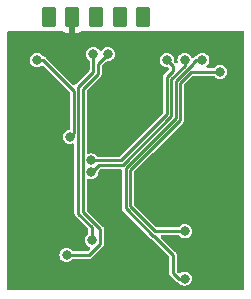
<source format=gbr>
%TF.GenerationSoftware,KiCad,Pcbnew,7.0.10-7.0.10~ubuntu22.04.1*%
%TF.CreationDate,2024-01-12T01:12:04+11:00*%
%TF.ProjectId,Zemismart-ZM25TQ-TYW-ESP8266-Direct-Board,5a656d69-736d-4617-9274-2d5a4d323554,1*%
%TF.SameCoordinates,Original*%
%TF.FileFunction,Copper,L2,Bot*%
%TF.FilePolarity,Positive*%
%FSLAX46Y46*%
G04 Gerber Fmt 4.6, Leading zero omitted, Abs format (unit mm)*
G04 Created by KiCad (PCBNEW 7.0.10-7.0.10~ubuntu22.04.1) date 2024-01-12 01:12:04*
%MOMM*%
%LPD*%
G01*
G04 APERTURE LIST*
G04 Aperture macros list*
%AMRoundRect*
0 Rectangle with rounded corners*
0 $1 Rounding radius*
0 $2 $3 $4 $5 $6 $7 $8 $9 X,Y pos of 4 corners*
0 Add a 4 corners polygon primitive as box body*
4,1,4,$2,$3,$4,$5,$6,$7,$8,$9,$2,$3,0*
0 Add four circle primitives for the rounded corners*
1,1,$1+$1,$2,$3*
1,1,$1+$1,$4,$5*
1,1,$1+$1,$6,$7*
1,1,$1+$1,$8,$9*
0 Add four rect primitives between the rounded corners*
20,1,$1+$1,$2,$3,$4,$5,0*
20,1,$1+$1,$4,$5,$6,$7,0*
20,1,$1+$1,$6,$7,$8,$9,0*
20,1,$1+$1,$8,$9,$2,$3,0*%
G04 Aperture macros list end*
%TA.AperFunction,ComponentPad*%
%ADD10RoundRect,0.250000X-0.350000X-0.625000X0.350000X-0.625000X0.350000X0.625000X-0.350000X0.625000X0*%
%TD*%
%TA.AperFunction,ViaPad*%
%ADD11C,0.800000*%
%TD*%
%TA.AperFunction,Conductor*%
%ADD12C,0.500000*%
%TD*%
%TA.AperFunction,Conductor*%
%ADD13C,0.250000*%
%TD*%
G04 APERTURE END LIST*
D10*
%TO.P,J1,1,NC*%
%TO.N,unconnected-(J1-NC-Pad1)*%
X140494000Y-84836000D03*
%TO.P,J1,2,GND*%
%TO.N,GND*%
X142494000Y-84836000D03*
%TO.P,J1,3,TX*%
%TO.N,Net-(J1-TX)*%
X144494000Y-84836000D03*
%TO.P,J1,4,RX*%
%TO.N,Net-(J1-RX)*%
X146494000Y-84836000D03*
%TO.P,J1,5,3V3*%
%TO.N,VCC*%
X148494000Y-84836000D03*
%TD*%
D11*
%TO.N,Net-(J1-TX)*%
X144152000Y-103737347D03*
X144275926Y-87988660D03*
%TO.N,Net-(J1-RX)*%
X145500000Y-88000000D03*
X142000000Y-105000000D03*
%TO.N,Net-(U1-REST)*%
X153500000Y-88500000D03*
X152000000Y-107000000D03*
%TO.N,Net-(U1-CH_PD)*%
X155000000Y-89500000D03*
X152000000Y-103000000D03*
%TO.N,Net-(U1-GPIO0)*%
X152000000Y-88500000D03*
X144102000Y-98000000D03*
%TO.N,Net-(U1-GPIO2)*%
X144102000Y-97000000D03*
X150500000Y-88500000D03*
%TO.N,Net-(U1-GPIO15)*%
X142275000Y-95000000D03*
X139500000Y-88500000D03*
%TD*%
D12*
%TO.N,GND*%
X142494000Y-86494000D02*
X142500000Y-86500000D01*
X142494000Y-84836000D02*
X142494000Y-86494000D01*
D13*
%TO.N,Net-(J1-TX)*%
X144152000Y-102652000D02*
X144152000Y-103737347D01*
X144275926Y-89499074D02*
X143000000Y-90775000D01*
X143000000Y-90775000D02*
X143000000Y-101500000D01*
X143000000Y-101500000D02*
X144152000Y-102652000D01*
X144275926Y-87988660D02*
X144275926Y-89499074D01*
%TO.N,Net-(J1-RX)*%
X143377000Y-101343841D02*
X144877000Y-102843841D01*
X143377000Y-90931158D02*
X143377000Y-101343841D01*
X144652926Y-88847074D02*
X144652926Y-89655232D01*
X144652926Y-89655232D02*
X143377000Y-90931158D01*
X145500000Y-88000000D02*
X144652926Y-88847074D01*
X143914652Y-105000000D02*
X142000000Y-105000000D01*
X144877000Y-102843841D02*
X144877000Y-104037652D01*
X144877000Y-104037652D02*
X143914652Y-105000000D01*
%TO.N,Net-(U1-REST)*%
X149377000Y-103377000D02*
X151000000Y-105000000D01*
X149343842Y-103377000D02*
X149377000Y-103377000D01*
X152725000Y-88800305D02*
X152300305Y-89225000D01*
X151500000Y-107000000D02*
X152000000Y-107000000D01*
X147000000Y-97668316D02*
X147000000Y-101033158D01*
X151254000Y-90246000D02*
X151254000Y-93414316D01*
X151000000Y-106500000D02*
X151500000Y-107000000D01*
X151000000Y-105000000D02*
X151000000Y-106500000D01*
X147000000Y-101033158D02*
X149343842Y-103377000D01*
X151254000Y-93414316D02*
X147000000Y-97668316D01*
X152275000Y-89225000D02*
X151254000Y-90246000D01*
X153000000Y-88500000D02*
X152725000Y-88775000D01*
X152300305Y-89225000D02*
X152275000Y-89225000D01*
X152725000Y-88775000D02*
X152725000Y-88800305D01*
X153500000Y-88500000D02*
X153000000Y-88500000D01*
%TO.N,Net-(U1-CH_PD)*%
X151631000Y-90402158D02*
X151631000Y-93570474D01*
X147377000Y-97824474D02*
X147377000Y-100877000D01*
X151631000Y-93570474D02*
X147377000Y-97824474D01*
X149500000Y-103000000D02*
X152000000Y-103000000D01*
X155000000Y-89500000D02*
X152558464Y-89500000D01*
X147377000Y-100877000D02*
X149500000Y-103000000D01*
X152431158Y-89602000D02*
X151631000Y-90402158D01*
X152558464Y-89500000D02*
X152456464Y-89602000D01*
X152456464Y-89602000D02*
X152431158Y-89602000D01*
%TO.N,Net-(U1-GPIO0)*%
X144102000Y-98000000D02*
X144377000Y-97725000D01*
X144402305Y-97725000D02*
X144750305Y-97377000D01*
X150877000Y-90089842D02*
X152000000Y-88966841D01*
X152000000Y-88966841D02*
X152000000Y-88500000D01*
X150877000Y-93258158D02*
X150877000Y-90089842D01*
X144750305Y-97377000D02*
X146758158Y-97377000D01*
X146758158Y-97377000D02*
X150877000Y-93258158D01*
X144377000Y-97725000D02*
X144402305Y-97725000D01*
%TO.N,Net-(U1-GPIO2)*%
X151000000Y-89433684D02*
X151000000Y-89000000D01*
X146602000Y-97000000D02*
X150500000Y-93102000D01*
X150500000Y-93102000D02*
X150500000Y-89933684D01*
X144102000Y-97000000D02*
X146602000Y-97000000D01*
X150500000Y-89933684D02*
X151000000Y-89433684D01*
X151000000Y-89000000D02*
X150500000Y-88500000D01*
%TO.N,Net-(U1-GPIO15)*%
X142623000Y-94652000D02*
X142623000Y-91123000D01*
X142623000Y-91123000D02*
X140000000Y-88500000D01*
X142275000Y-95000000D02*
X142623000Y-94652000D01*
X140000000Y-88500000D02*
X139500000Y-88500000D01*
%TD*%
%TA.AperFunction,Conductor*%
%TO.N,GND*%
G36*
X141638016Y-86019685D02*
G01*
X141658658Y-86036319D01*
X141675654Y-86053315D01*
X141824875Y-86145356D01*
X141824880Y-86145358D01*
X141991302Y-86200505D01*
X141991309Y-86200506D01*
X142094019Y-86210999D01*
X142243999Y-86210999D01*
X142244000Y-86210998D01*
X142244000Y-86000000D01*
X142744000Y-86000000D01*
X142744000Y-86210999D01*
X142893972Y-86210999D01*
X142893986Y-86210998D01*
X142996697Y-86200505D01*
X143163119Y-86145358D01*
X143163124Y-86145356D01*
X143312345Y-86053315D01*
X143329342Y-86036319D01*
X143390665Y-86002834D01*
X143417023Y-86000000D01*
X156875500Y-86000000D01*
X156942539Y-86019685D01*
X156988294Y-86072489D01*
X156999500Y-86124000D01*
X156999500Y-107875500D01*
X156979815Y-107942539D01*
X156927011Y-107988294D01*
X156875500Y-107999500D01*
X137124500Y-107999500D01*
X137057461Y-107979815D01*
X137011706Y-107927011D01*
X137000500Y-107875500D01*
X137000500Y-88500001D01*
X138894318Y-88500001D01*
X138914955Y-88656760D01*
X138914956Y-88656762D01*
X138950051Y-88741490D01*
X138975464Y-88802841D01*
X139071718Y-88928282D01*
X139197159Y-89024536D01*
X139343238Y-89085044D01*
X139371548Y-89088771D01*
X139499999Y-89105682D01*
X139500000Y-89105682D01*
X139500001Y-89105682D01*
X139552254Y-89098802D01*
X139656762Y-89085044D01*
X139802841Y-89024536D01*
X139850520Y-88987951D01*
X139864458Y-88977256D01*
X139929627Y-88952062D01*
X139998072Y-88966100D01*
X140027625Y-88987951D01*
X142261181Y-91221507D01*
X142294666Y-91282830D01*
X142297500Y-91309188D01*
X142297500Y-94282610D01*
X142277815Y-94349649D01*
X142225011Y-94395404D01*
X142189687Y-94405549D01*
X142118238Y-94414956D01*
X142118237Y-94414956D01*
X141972160Y-94475463D01*
X141846718Y-94571718D01*
X141750463Y-94697160D01*
X141689956Y-94843237D01*
X141689955Y-94843239D01*
X141669318Y-94999998D01*
X141669318Y-95000001D01*
X141689955Y-95156760D01*
X141689956Y-95156762D01*
X141750464Y-95302841D01*
X141846718Y-95428282D01*
X141972159Y-95524536D01*
X142118238Y-95585044D01*
X142196619Y-95595363D01*
X142274999Y-95605682D01*
X142275000Y-95605682D01*
X142275001Y-95605682D01*
X142327254Y-95598802D01*
X142431762Y-95585044D01*
X142503049Y-95555515D01*
X142572516Y-95548047D01*
X142634995Y-95579322D01*
X142670648Y-95639410D01*
X142674500Y-95670077D01*
X142674500Y-101480372D01*
X142674028Y-101491181D01*
X142670735Y-101528808D01*
X142680512Y-101565298D01*
X142682852Y-101575852D01*
X142689411Y-101613042D01*
X142691235Y-101618055D01*
X142698197Y-101634861D01*
X142700446Y-101639684D01*
X142722104Y-101670616D01*
X142727914Y-101679734D01*
X142746806Y-101712455D01*
X142775743Y-101736736D01*
X142783718Y-101744044D01*
X143790181Y-102750507D01*
X143823666Y-102811830D01*
X143826500Y-102838188D01*
X143826500Y-103169046D01*
X143806815Y-103236085D01*
X143777988Y-103267421D01*
X143723720Y-103309062D01*
X143627463Y-103434507D01*
X143566956Y-103580584D01*
X143566955Y-103580586D01*
X143546318Y-103737345D01*
X143546318Y-103737348D01*
X143566955Y-103894107D01*
X143566956Y-103894109D01*
X143627464Y-104040188D01*
X143723718Y-104165629D01*
X143849159Y-104261883D01*
X143920444Y-104291410D01*
X143974847Y-104335251D01*
X143996912Y-104401545D01*
X143979633Y-104469244D01*
X143960673Y-104493652D01*
X143816143Y-104638182D01*
X143754823Y-104671666D01*
X143728464Y-104674500D01*
X142568299Y-104674500D01*
X142501260Y-104654815D01*
X142469923Y-104625986D01*
X142428283Y-104571719D01*
X142326544Y-104493652D01*
X142302841Y-104475464D01*
X142156762Y-104414956D01*
X142156760Y-104414955D01*
X142000001Y-104394318D01*
X141999999Y-104394318D01*
X141843239Y-104414955D01*
X141843237Y-104414956D01*
X141697160Y-104475463D01*
X141571718Y-104571718D01*
X141475463Y-104697160D01*
X141414956Y-104843237D01*
X141414955Y-104843239D01*
X141394318Y-104999998D01*
X141394318Y-105000001D01*
X141414955Y-105156760D01*
X141414956Y-105156762D01*
X141465130Y-105277894D01*
X141475464Y-105302841D01*
X141571718Y-105428282D01*
X141697159Y-105524536D01*
X141843238Y-105585044D01*
X141921619Y-105595363D01*
X141999999Y-105605682D01*
X142000000Y-105605682D01*
X142000001Y-105605682D01*
X142052254Y-105598802D01*
X142156762Y-105585044D01*
X142302841Y-105524536D01*
X142428282Y-105428282D01*
X142469923Y-105374013D01*
X142526351Y-105332811D01*
X142568299Y-105325500D01*
X143895024Y-105325500D01*
X143905832Y-105325971D01*
X143943459Y-105329264D01*
X143979971Y-105319479D01*
X143990482Y-105317149D01*
X144027697Y-105310588D01*
X144027702Y-105310584D01*
X144032751Y-105308747D01*
X144049476Y-105301819D01*
X144054333Y-105299554D01*
X144054336Y-105299554D01*
X144085277Y-105277887D01*
X144094396Y-105272079D01*
X144127107Y-105253194D01*
X144127109Y-105253192D01*
X144151388Y-105224256D01*
X144158688Y-105216288D01*
X145093290Y-104281686D01*
X145101243Y-104274398D01*
X145130194Y-104250107D01*
X145149082Y-104217391D01*
X145154887Y-104208277D01*
X145176554Y-104177336D01*
X145176554Y-104177333D01*
X145178819Y-104172476D01*
X145185747Y-104155751D01*
X145187584Y-104150702D01*
X145187588Y-104150697D01*
X145194149Y-104113482D01*
X145196479Y-104102971D01*
X145206264Y-104066459D01*
X145202972Y-104028829D01*
X145202500Y-104018021D01*
X145202500Y-102863456D01*
X145202972Y-102852647D01*
X145206263Y-102815032D01*
X145196486Y-102778545D01*
X145194144Y-102767980D01*
X145191063Y-102750507D01*
X145187588Y-102730796D01*
X145187586Y-102730793D01*
X145185760Y-102725774D01*
X145178820Y-102709017D01*
X145176554Y-102704160D01*
X145176554Y-102704157D01*
X145154890Y-102673217D01*
X145149078Y-102664094D01*
X145130193Y-102631385D01*
X145101262Y-102607109D01*
X145093286Y-102599800D01*
X143738819Y-101245333D01*
X143705334Y-101184010D01*
X143702500Y-101157652D01*
X143702500Y-98670077D01*
X143722185Y-98603038D01*
X143774989Y-98557283D01*
X143844147Y-98547339D01*
X143873947Y-98555514D01*
X143945238Y-98585044D01*
X144023619Y-98595363D01*
X144101999Y-98605682D01*
X144102000Y-98605682D01*
X144102001Y-98605682D01*
X144154254Y-98598802D01*
X144258762Y-98585044D01*
X144404841Y-98524536D01*
X144530282Y-98428282D01*
X144626536Y-98302841D01*
X144687044Y-98156762D01*
X144707682Y-98000000D01*
X144701697Y-97954542D01*
X144712462Y-97885508D01*
X144736956Y-97850675D01*
X144848815Y-97738818D01*
X144910138Y-97705334D01*
X144936495Y-97702500D01*
X146550500Y-97702500D01*
X146617539Y-97722185D01*
X146663294Y-97774989D01*
X146674500Y-97826500D01*
X146674500Y-101013530D01*
X146674028Y-101024339D01*
X146670735Y-101061966D01*
X146680512Y-101098456D01*
X146682852Y-101109010D01*
X146689411Y-101146200D01*
X146691235Y-101151213D01*
X146698197Y-101168019D01*
X146700446Y-101172842D01*
X146722104Y-101203774D01*
X146727914Y-101212892D01*
X146746806Y-101245613D01*
X146775743Y-101269894D01*
X146783718Y-101277202D01*
X149099792Y-103593276D01*
X149107099Y-103601250D01*
X149131383Y-103630190D01*
X149131385Y-103630191D01*
X149131387Y-103630194D01*
X149131389Y-103630195D01*
X149131390Y-103630196D01*
X149164098Y-103649080D01*
X149173221Y-103654892D01*
X149204158Y-103676554D01*
X149204163Y-103676555D01*
X149206951Y-103677856D01*
X149242234Y-103702560D01*
X150638181Y-105098507D01*
X150671666Y-105159830D01*
X150674500Y-105186188D01*
X150674500Y-106480372D01*
X150674028Y-106491181D01*
X150670735Y-106528808D01*
X150680512Y-106565298D01*
X150682852Y-106575852D01*
X150689411Y-106613042D01*
X150691235Y-106618055D01*
X150698197Y-106634861D01*
X150700446Y-106639684D01*
X150722104Y-106670616D01*
X150727914Y-106679734D01*
X150746806Y-106712455D01*
X150775743Y-106736736D01*
X150783718Y-106744044D01*
X151255950Y-107216276D01*
X151263257Y-107224250D01*
X151287541Y-107253190D01*
X151287543Y-107253191D01*
X151287545Y-107253194D01*
X151287547Y-107253195D01*
X151287548Y-107253196D01*
X151320256Y-107272080D01*
X151329379Y-107277892D01*
X151360316Y-107299554D01*
X151360319Y-107299554D01*
X151365176Y-107301820D01*
X151381933Y-107308760D01*
X151386949Y-107310585D01*
X151386950Y-107310585D01*
X151386955Y-107310588D01*
X151424173Y-107317150D01*
X151434675Y-107319478D01*
X151461439Y-107326650D01*
X151521096Y-107363016D01*
X151527714Y-107370936D01*
X151571715Y-107428279D01*
X151571716Y-107428280D01*
X151571718Y-107428282D01*
X151697159Y-107524536D01*
X151843238Y-107585044D01*
X151921619Y-107595363D01*
X151999999Y-107605682D01*
X152000000Y-107605682D01*
X152000001Y-107605682D01*
X152052254Y-107598802D01*
X152156762Y-107585044D01*
X152302841Y-107524536D01*
X152428282Y-107428282D01*
X152524536Y-107302841D01*
X152585044Y-107156762D01*
X152605682Y-107000000D01*
X152585044Y-106843238D01*
X152524536Y-106697159D01*
X152428282Y-106571718D01*
X152302841Y-106475464D01*
X152156762Y-106414956D01*
X152156760Y-106414955D01*
X152000001Y-106394318D01*
X151999999Y-106394318D01*
X151843239Y-106414955D01*
X151843237Y-106414956D01*
X151697157Y-106475464D01*
X151635542Y-106522744D01*
X151570373Y-106547938D01*
X151501928Y-106533900D01*
X151472375Y-106512049D01*
X151361819Y-106401493D01*
X151328334Y-106340170D01*
X151325500Y-106313812D01*
X151325500Y-105019626D01*
X151325972Y-105008817D01*
X151326744Y-105000000D01*
X151329264Y-104971193D01*
X151319478Y-104934675D01*
X151317150Y-104924173D01*
X151310588Y-104886955D01*
X151310585Y-104886949D01*
X151308760Y-104881933D01*
X151301820Y-104865176D01*
X151299554Y-104860319D01*
X151299554Y-104860316D01*
X151277892Y-104829379D01*
X151272080Y-104820256D01*
X151253196Y-104787548D01*
X151253191Y-104787542D01*
X151224255Y-104763262D01*
X151216280Y-104755954D01*
X149997507Y-103537181D01*
X149964022Y-103475858D01*
X149969006Y-103406166D01*
X150010878Y-103350233D01*
X150076342Y-103325816D01*
X150085188Y-103325500D01*
X151431701Y-103325500D01*
X151498740Y-103345185D01*
X151530076Y-103374013D01*
X151571718Y-103428282D01*
X151697159Y-103524536D01*
X151843238Y-103585044D01*
X151905767Y-103593276D01*
X151999999Y-103605682D01*
X152000000Y-103605682D01*
X152000001Y-103605682D01*
X152094233Y-103593276D01*
X152156762Y-103585044D01*
X152302841Y-103524536D01*
X152428282Y-103428282D01*
X152524536Y-103302841D01*
X152585044Y-103156762D01*
X152605682Y-103000000D01*
X152602873Y-102978667D01*
X152585044Y-102843239D01*
X152585044Y-102843238D01*
X152524536Y-102697159D01*
X152428282Y-102571718D01*
X152302841Y-102475464D01*
X152156762Y-102414956D01*
X152156760Y-102414955D01*
X152000001Y-102394318D01*
X151999999Y-102394318D01*
X151843239Y-102414955D01*
X151843237Y-102414956D01*
X151697160Y-102475463D01*
X151571716Y-102571719D01*
X151530077Y-102625986D01*
X151473649Y-102667189D01*
X151431701Y-102674500D01*
X149686189Y-102674500D01*
X149619150Y-102654815D01*
X149598508Y-102638181D01*
X147738819Y-100778492D01*
X147705334Y-100717169D01*
X147702500Y-100690811D01*
X147702500Y-98010662D01*
X147722185Y-97943623D01*
X147738819Y-97922981D01*
X149331878Y-96329922D01*
X151847296Y-93814503D01*
X151855249Y-93807215D01*
X151884194Y-93782929D01*
X151903092Y-93750194D01*
X151908895Y-93741088D01*
X151930553Y-93710158D01*
X151930554Y-93710152D01*
X151932816Y-93705302D01*
X151939754Y-93688553D01*
X151941583Y-93683526D01*
X151941588Y-93683519D01*
X151948152Y-93646288D01*
X151950481Y-93635782D01*
X151960263Y-93599281D01*
X151956972Y-93561662D01*
X151956500Y-93550854D01*
X151956500Y-90588346D01*
X151976185Y-90521307D01*
X151992819Y-90500665D01*
X152574410Y-89919073D01*
X152590960Y-89905186D01*
X152596146Y-89901554D01*
X152596148Y-89901554D01*
X152627095Y-89879883D01*
X152636208Y-89874079D01*
X152636321Y-89874014D01*
X152668919Y-89855194D01*
X152668921Y-89855190D01*
X152669732Y-89854512D01*
X152671255Y-89853845D01*
X152678316Y-89849769D01*
X152678770Y-89850556D01*
X152733740Y-89826498D01*
X152749439Y-89825500D01*
X154431701Y-89825500D01*
X154498740Y-89845185D01*
X154530076Y-89874013D01*
X154571718Y-89928282D01*
X154697159Y-90024536D01*
X154843238Y-90085044D01*
X154921619Y-90095363D01*
X154999999Y-90105682D01*
X155000000Y-90105682D01*
X155000001Y-90105682D01*
X155052254Y-90098802D01*
X155156762Y-90085044D01*
X155302841Y-90024536D01*
X155428282Y-89928282D01*
X155524536Y-89802841D01*
X155585044Y-89656762D01*
X155605682Y-89500000D01*
X155585044Y-89343238D01*
X155524536Y-89197159D01*
X155428282Y-89071718D01*
X155302841Y-88975464D01*
X155302585Y-88975358D01*
X155156762Y-88914956D01*
X155156760Y-88914955D01*
X155000001Y-88894318D01*
X154999999Y-88894318D01*
X154843239Y-88914955D01*
X154843237Y-88914956D01*
X154697160Y-88975463D01*
X154571716Y-89071719D01*
X154530077Y-89125986D01*
X154473649Y-89167189D01*
X154431701Y-89174500D01*
X153972696Y-89174500D01*
X153905657Y-89154815D01*
X153859902Y-89102011D01*
X153849958Y-89032853D01*
X153878983Y-88969297D01*
X153897210Y-88952124D01*
X153897291Y-88952062D01*
X153928282Y-88928282D01*
X154024536Y-88802841D01*
X154085044Y-88656762D01*
X154105682Y-88500000D01*
X154105130Y-88495809D01*
X154085044Y-88343239D01*
X154085044Y-88343238D01*
X154024536Y-88197159D01*
X153928282Y-88071718D01*
X153802841Y-87975464D01*
X153656762Y-87914956D01*
X153656760Y-87914955D01*
X153500001Y-87894318D01*
X153499999Y-87894318D01*
X153343239Y-87914955D01*
X153343237Y-87914956D01*
X153197160Y-87975463D01*
X153179960Y-87988661D01*
X153071718Y-88071718D01*
X153071716Y-88071720D01*
X153071714Y-88071722D01*
X153027714Y-88129063D01*
X152971286Y-88170266D01*
X152961431Y-88173351D01*
X152934704Y-88180512D01*
X152924148Y-88182852D01*
X152886960Y-88189410D01*
X152881961Y-88191229D01*
X152865117Y-88198206D01*
X152860313Y-88200446D01*
X152829381Y-88222105D01*
X152820264Y-88227914D01*
X152787548Y-88246804D01*
X152787540Y-88246810D01*
X152763262Y-88275743D01*
X152755956Y-88283716D01*
X152748893Y-88290779D01*
X152687570Y-88324264D01*
X152617878Y-88319280D01*
X152561945Y-88277408D01*
X152546651Y-88250550D01*
X152545099Y-88246804D01*
X152532386Y-88216112D01*
X152524537Y-88197161D01*
X152524536Y-88197160D01*
X152524536Y-88197159D01*
X152428282Y-88071718D01*
X152302841Y-87975464D01*
X152156762Y-87914956D01*
X152156760Y-87914955D01*
X152000001Y-87894318D01*
X151999999Y-87894318D01*
X151843239Y-87914955D01*
X151843237Y-87914956D01*
X151697160Y-87975463D01*
X151571718Y-88071718D01*
X151475463Y-88197160D01*
X151414956Y-88343237D01*
X151414955Y-88343239D01*
X151394318Y-88499998D01*
X151394318Y-88500001D01*
X151412436Y-88637624D01*
X151401670Y-88706659D01*
X151355290Y-88758915D01*
X151288021Y-88777800D01*
X151221221Y-88757319D01*
X151201816Y-88741490D01*
X151132011Y-88671685D01*
X151098526Y-88610362D01*
X151096753Y-88567818D01*
X151105682Y-88500000D01*
X151105682Y-88499998D01*
X151085044Y-88343239D01*
X151085044Y-88343238D01*
X151024536Y-88197159D01*
X150928282Y-88071718D01*
X150802841Y-87975464D01*
X150656762Y-87914956D01*
X150656760Y-87914955D01*
X150500001Y-87894318D01*
X150499999Y-87894318D01*
X150343239Y-87914955D01*
X150343237Y-87914956D01*
X150197160Y-87975463D01*
X150071718Y-88071718D01*
X149975463Y-88197160D01*
X149914956Y-88343237D01*
X149914955Y-88343239D01*
X149894318Y-88499998D01*
X149894318Y-88500001D01*
X149914955Y-88656760D01*
X149914956Y-88656762D01*
X149950051Y-88741490D01*
X149975464Y-88802841D01*
X150071718Y-88928282D01*
X150197159Y-89024536D01*
X150343238Y-89085044D01*
X150371548Y-89088771D01*
X150499999Y-89105682D01*
X150499999Y-89105681D01*
X150500000Y-89105682D01*
X150534314Y-89101164D01*
X150603348Y-89111929D01*
X150655605Y-89158308D01*
X150674500Y-89224103D01*
X150674500Y-89247495D01*
X150654815Y-89314534D01*
X150638181Y-89335176D01*
X150283715Y-89689641D01*
X150275742Y-89696948D01*
X150246805Y-89721229D01*
X150227914Y-89753948D01*
X150222105Y-89763065D01*
X150200446Y-89793997D01*
X150198206Y-89798801D01*
X150191229Y-89815645D01*
X150189410Y-89820644D01*
X150182852Y-89857832D01*
X150180512Y-89868387D01*
X150170735Y-89904875D01*
X150170735Y-89904876D01*
X150174028Y-89942501D01*
X150174500Y-89953310D01*
X150174500Y-92915811D01*
X150154815Y-92982850D01*
X150138181Y-93003492D01*
X146503493Y-96638181D01*
X146442170Y-96671666D01*
X146415812Y-96674500D01*
X144670299Y-96674500D01*
X144603260Y-96654815D01*
X144571923Y-96625986D01*
X144530283Y-96571719D01*
X144530282Y-96571718D01*
X144404841Y-96475464D01*
X144330046Y-96444483D01*
X144258762Y-96414956D01*
X144258760Y-96414955D01*
X144102001Y-96394318D01*
X144101999Y-96394318D01*
X143945239Y-96414955D01*
X143945234Y-96414957D01*
X143873952Y-96444483D01*
X143804483Y-96451952D01*
X143742004Y-96420676D01*
X143706352Y-96360587D01*
X143702500Y-96329922D01*
X143702500Y-91117345D01*
X143722185Y-91050306D01*
X143738814Y-91029668D01*
X144869217Y-89899266D01*
X144877169Y-89891978D01*
X144906120Y-89867687D01*
X144925008Y-89834971D01*
X144930813Y-89825857D01*
X144952480Y-89794916D01*
X144952480Y-89794913D01*
X144954745Y-89790056D01*
X144961673Y-89773331D01*
X144963510Y-89768282D01*
X144963514Y-89768277D01*
X144970075Y-89731062D01*
X144972405Y-89720551D01*
X144982190Y-89684039D01*
X144978898Y-89646409D01*
X144978426Y-89635601D01*
X144978426Y-89033261D01*
X144998111Y-88966222D01*
X145014741Y-88945584D01*
X145328314Y-88632010D01*
X145389637Y-88598526D01*
X145432181Y-88596753D01*
X145499999Y-88605682D01*
X145500000Y-88605682D01*
X145500001Y-88605682D01*
X145552254Y-88598802D01*
X145656762Y-88585044D01*
X145802841Y-88524536D01*
X145928282Y-88428282D01*
X146024536Y-88302841D01*
X146085044Y-88156762D01*
X146105682Y-88000000D01*
X146085044Y-87843238D01*
X146024536Y-87697159D01*
X145928282Y-87571718D01*
X145802841Y-87475464D01*
X145775461Y-87464123D01*
X145656762Y-87414956D01*
X145656760Y-87414955D01*
X145500001Y-87394318D01*
X145499999Y-87394318D01*
X145343239Y-87414955D01*
X145343237Y-87414956D01*
X145197160Y-87475463D01*
X145197159Y-87475464D01*
X145071718Y-87571718D01*
X145071717Y-87571719D01*
X145071716Y-87571720D01*
X144990688Y-87677317D01*
X144934260Y-87718519D01*
X144864514Y-87722674D01*
X144803594Y-87688461D01*
X144793937Y-87677316D01*
X144704209Y-87560379D01*
X144704208Y-87560378D01*
X144578767Y-87464124D01*
X144432688Y-87403616D01*
X144432686Y-87403615D01*
X144275927Y-87382978D01*
X144275925Y-87382978D01*
X144119165Y-87403615D01*
X144119163Y-87403616D01*
X143973086Y-87464123D01*
X143847644Y-87560378D01*
X143751389Y-87685820D01*
X143690882Y-87831897D01*
X143690881Y-87831899D01*
X143670244Y-87988658D01*
X143670244Y-87988661D01*
X143690881Y-88145420D01*
X143690882Y-88145422D01*
X143734427Y-88250550D01*
X143751390Y-88291501D01*
X143847644Y-88416942D01*
X143901913Y-88458584D01*
X143943115Y-88515009D01*
X143950426Y-88556958D01*
X143950426Y-89312885D01*
X143930741Y-89379924D01*
X143914107Y-89400566D01*
X142783715Y-90530957D01*
X142775742Y-90538264D01*
X142746805Y-90562545D01*
X142745638Y-90564568D01*
X142742989Y-90567092D01*
X142739833Y-90570855D01*
X142739413Y-90570502D01*
X142695069Y-90612782D01*
X142626462Y-90626002D01*
X142561598Y-90600032D01*
X142550572Y-90590245D01*
X140244044Y-88283718D01*
X140236734Y-88275741D01*
X140212456Y-88246807D01*
X140212455Y-88246806D01*
X140179734Y-88227914D01*
X140170616Y-88222104D01*
X140139684Y-88200446D01*
X140134861Y-88198197D01*
X140118055Y-88191235D01*
X140113042Y-88189411D01*
X140075852Y-88182852D01*
X140065297Y-88180512D01*
X140038567Y-88173350D01*
X139978906Y-88136986D01*
X139972284Y-88129062D01*
X139928285Y-88071722D01*
X139928282Y-88071718D01*
X139802841Y-87975464D01*
X139656762Y-87914956D01*
X139656760Y-87914955D01*
X139500001Y-87894318D01*
X139499999Y-87894318D01*
X139343239Y-87914955D01*
X139343237Y-87914956D01*
X139197160Y-87975463D01*
X139071718Y-88071718D01*
X138975463Y-88197160D01*
X138914956Y-88343237D01*
X138914955Y-88343239D01*
X138894318Y-88499998D01*
X138894318Y-88500001D01*
X137000500Y-88500001D01*
X137000500Y-86124000D01*
X137020185Y-86056961D01*
X137072989Y-86011206D01*
X137124500Y-86000000D01*
X141570977Y-86000000D01*
X141638016Y-86019685D01*
G37*
%TD.AperFunction*%
%TD*%
M02*

</source>
